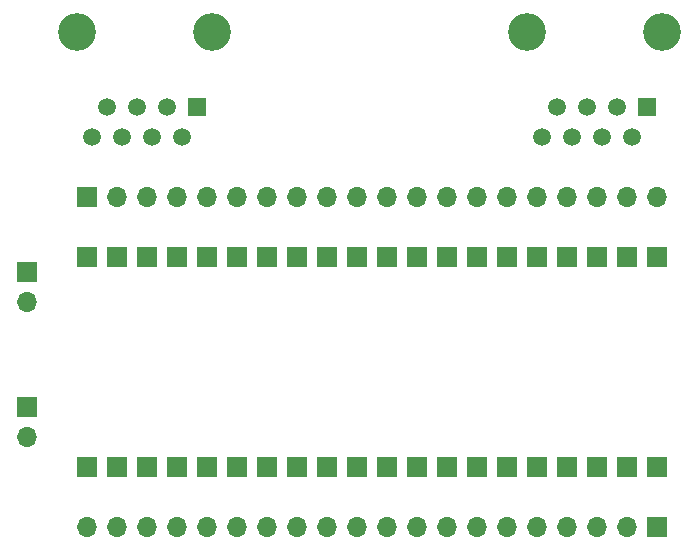
<source format=gbs>
%TF.GenerationSoftware,KiCad,Pcbnew,8.0.4*%
%TF.CreationDate,2024-08-14T00:22:54+01:00*%
%TF.ProjectId,PicoChain,5069636f-4368-4616-996e-2e6b69636164,rev?*%
%TF.SameCoordinates,Original*%
%TF.FileFunction,Soldermask,Bot*%
%TF.FilePolarity,Negative*%
%FSLAX46Y46*%
G04 Gerber Fmt 4.6, Leading zero omitted, Abs format (unit mm)*
G04 Created by KiCad (PCBNEW 8.0.4) date 2024-08-14 00:22:54*
%MOMM*%
%LPD*%
G01*
G04 APERTURE LIST*
G04 Aperture macros list*
%AMRoundRect*
0 Rectangle with rounded corners*
0 $1 Rounding radius*
0 $2 $3 $4 $5 $6 $7 $8 $9 X,Y pos of 4 corners*
0 Add a 4 corners polygon primitive as box body*
4,1,4,$2,$3,$4,$5,$6,$7,$8,$9,$2,$3,0*
0 Add four circle primitives for the rounded corners*
1,1,$1+$1,$2,$3*
1,1,$1+$1,$4,$5*
1,1,$1+$1,$6,$7*
1,1,$1+$1,$8,$9*
0 Add four rect primitives between the rounded corners*
20,1,$1+$1,$2,$3,$4,$5,0*
20,1,$1+$1,$4,$5,$6,$7,0*
20,1,$1+$1,$6,$7,$8,$9,0*
20,1,$1+$1,$8,$9,$2,$3,0*%
G04 Aperture macros list end*
%ADD10RoundRect,0.102000X-0.754000X0.754000X-0.754000X-0.754000X0.754000X-0.754000X0.754000X0.754000X0*%
%ADD11C,1.500000*%
%ADD12R,1.500000X1.500000*%
%ADD13C,3.200000*%
%ADD14O,1.700000X1.700000*%
%ADD15R,1.700000X1.700000*%
G04 APERTURE END LIST*
D10*
%TO.C,U2*%
X182969400Y-113462600D03*
X185509400Y-113462600D03*
X160109400Y-113462600D03*
X170269400Y-113462600D03*
X165189400Y-113462600D03*
X162649400Y-113462600D03*
X157569400Y-113462600D03*
X152489400Y-113462600D03*
X149949400Y-113462600D03*
X147409400Y-113462600D03*
X144869400Y-113462600D03*
X139789400Y-113462600D03*
X137249400Y-113462600D03*
X137249400Y-95682600D03*
X139789400Y-95682600D03*
X144869400Y-95682600D03*
X147409400Y-95682600D03*
X149949400Y-95682600D03*
X152489400Y-95682600D03*
X157569400Y-95682600D03*
X160109400Y-95682600D03*
X162649400Y-95682600D03*
X165189400Y-95682600D03*
X170269400Y-95682600D03*
X172809400Y-95682600D03*
X175349400Y-95682600D03*
X177889400Y-95682600D03*
X182969400Y-95682600D03*
X185509400Y-95682600D03*
X142329400Y-95682600D03*
X155029400Y-95682600D03*
X167729400Y-95682600D03*
X180429400Y-95682600D03*
X142329400Y-113462600D03*
X155029400Y-113462600D03*
X180429400Y-113462600D03*
X167729400Y-113462600D03*
X172809400Y-113462600D03*
X177889400Y-113462600D03*
X175349400Y-113462600D03*
%TD*%
D11*
%TO.C,J2*%
X137721900Y-85542600D03*
X138991900Y-83002600D03*
X140261900Y-85542600D03*
X141531900Y-83002600D03*
X142801900Y-85542600D03*
X144071900Y-83002600D03*
X145341900Y-85542600D03*
D12*
X146611900Y-83002600D03*
D13*
X136451900Y-76652600D03*
X147881900Y-76652600D03*
%TD*%
D14*
%TO.C,GND*%
X132169400Y-110922600D03*
D15*
X132169400Y-108382600D03*
%TD*%
D14*
%TO.C,GND*%
X132169400Y-99492600D03*
D15*
X132169400Y-96952600D03*
%TD*%
D14*
%TO.C,J6*%
X137249400Y-118542600D03*
X139789400Y-118542600D03*
X142329400Y-118542600D03*
X144869400Y-118542600D03*
X147409400Y-118542600D03*
X149949400Y-118542600D03*
X152489400Y-118542600D03*
X155029400Y-118542600D03*
X157569400Y-118542600D03*
X160109400Y-118542600D03*
X162649400Y-118542600D03*
X165189400Y-118542600D03*
X167729400Y-118542600D03*
X170269400Y-118542600D03*
X172809400Y-118542600D03*
X175349400Y-118542600D03*
X177889400Y-118542600D03*
X180429400Y-118542600D03*
X182969400Y-118542600D03*
D15*
X185509400Y-118542600D03*
%TD*%
D11*
%TO.C,J1*%
X175821900Y-85542600D03*
X177091900Y-83002600D03*
X178361900Y-85542600D03*
X179631900Y-83002600D03*
X180901900Y-85542600D03*
X182171900Y-83002600D03*
X183441900Y-85542600D03*
D12*
X184711900Y-83002600D03*
D13*
X174551900Y-76652600D03*
X185981900Y-76652600D03*
%TD*%
D14*
%TO.C,J5*%
X185509400Y-90602600D03*
X182969400Y-90602600D03*
X180429400Y-90602600D03*
X177889400Y-90602600D03*
X175349400Y-90602600D03*
X172809400Y-90602600D03*
X170269400Y-90602600D03*
X167729400Y-90602600D03*
X165189400Y-90602600D03*
X162649400Y-90602600D03*
X160109400Y-90602600D03*
X157569400Y-90602600D03*
X155029400Y-90602600D03*
X152489400Y-90602600D03*
X149949400Y-90602600D03*
X147409400Y-90602600D03*
X144869400Y-90602600D03*
X142329400Y-90602600D03*
X139789400Y-90602600D03*
D15*
X137249400Y-90602600D03*
%TD*%
M02*

</source>
